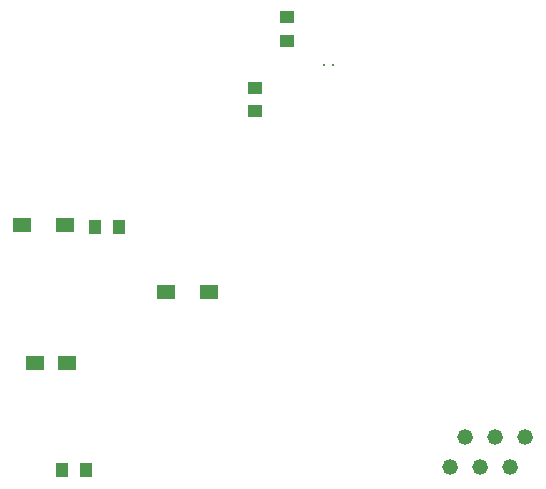
<source format=gbr>
G04 #@! TF.FileFunction,Paste,Top*
%FSLAX46Y46*%
G04 Gerber Fmt 4.6, Leading zero omitted, Abs format (unit mm)*
G04 Created by KiCad (PCBNEW 4.0.2-4+6225~38~ubuntu15.04.1-stable) date Do 03 Mär 2016 00:54:52 CET*
%MOMM*%
G01*
G04 APERTURE LIST*
%ADD10C,0.150000*%
%ADD11R,1.600200X1.198880*%
%ADD12C,1.320800*%
%ADD13R,1.000000X1.250000*%
%ADD14R,1.500000X1.300000*%
%ADD15R,0.200000X0.200000*%
%ADD16R,1.250000X1.000000*%
G04 APERTURE END LIST*
D10*
D11*
X8866140Y-25450800D03*
X12467860Y-25450800D03*
D12*
X51435000Y-43434000D03*
X50165000Y-45974000D03*
X48895000Y-43434000D03*
X47625000Y-45974000D03*
X46355000Y-43434000D03*
X45085000Y-45974000D03*
D13*
X17002000Y-25654000D03*
X15002000Y-25654000D03*
D11*
X24659860Y-31140400D03*
X21058140Y-31140400D03*
D13*
X14207000Y-46228000D03*
X12207000Y-46228000D03*
D14*
X12652000Y-37211000D03*
X9952000Y-37211000D03*
D15*
X34398000Y-11938000D03*
X35198000Y-11938000D03*
D16*
X28574000Y-13859000D03*
X28574000Y-15859000D03*
X31241000Y-9890000D03*
X31241000Y-7890000D03*
M02*

</source>
